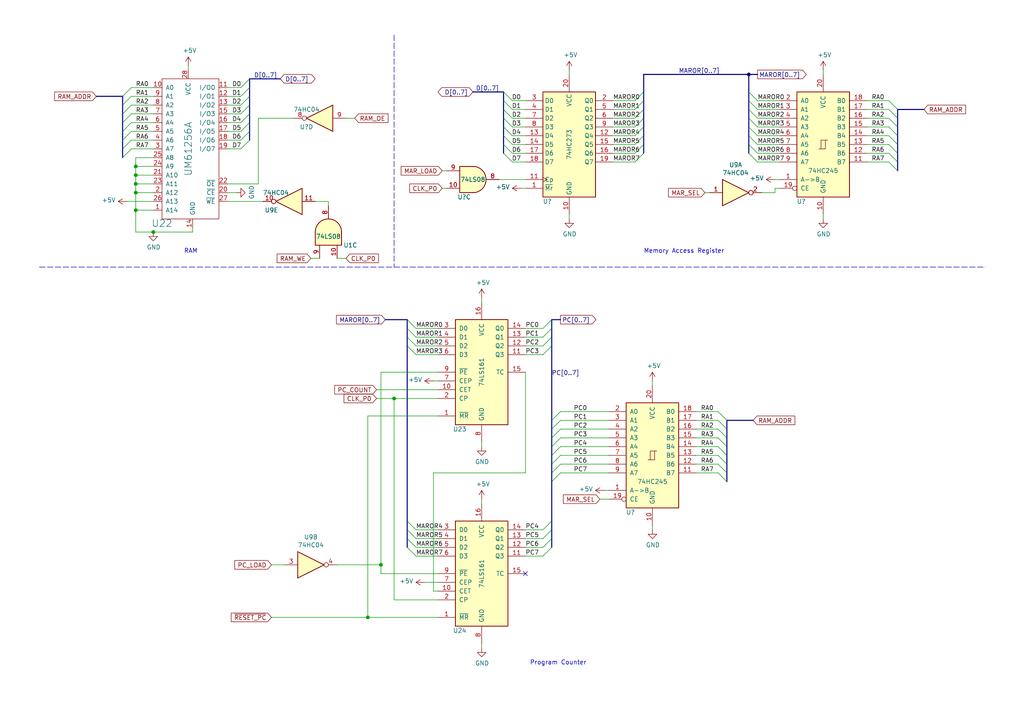
<source format=kicad_sch>
(kicad_sch (version 20231120) (generator "eeschema") (generator_version "8.0")
  (paper "A4")
  (lib_symbols
    (symbol "74xx:74HC04"
      (property "Reference" "U" (at 0 1.27 0))
      (property "Value" "74HC04" (at 0 -1.27 0))
      (symbol "74HC04_1_0"
        (polyline (pts (xy -3.81 3.81) (xy -3.81 -3.81) (xy 3.81 0) (xy -3.81 3.81)) (stroke (width 0.254)) (fill (type background)))
        (pin input line (at -7.62 0 0) (length 3.81) (name "~") (number "1"))
        (pin output inverted (at 7.62 0 180) (length 3.81) (name "~") (number "2"))
      )
      (symbol "74HC04_2_0"
        (polyline (pts (xy -3.81 3.81) (xy -3.81 -3.81) (xy 3.81 0) (xy -3.81 3.81)) (stroke (width 0.254)) (fill (type background)))
        (pin input line (at -7.62 0 0) (length 3.81) (name "~") (number "3"))
        (pin output inverted (at 7.62 0 180) (length 3.81) (name "~") (number "4"))
      )
      (symbol "74HC04_3_0"
        (polyline (pts (xy -3.81 3.81) (xy -3.81 -3.81) (xy 3.81 0) (xy -3.81 3.81)) (stroke (width 0.254)) (fill (type background)))
        (pin input line (at -7.62 0 0) (length 3.81) (name "~") (number "5"))
        (pin output inverted (at 7.62 0 180) (length 3.81) (name "~") (number "6"))
      )
      (symbol "74HC04_4_0"
        (polyline (pts (xy -3.81 3.81) (xy -3.81 -3.81) (xy 3.81 0) (xy -3.81 3.81)) (stroke (width 0.254)) (fill (type background)))
        (pin output inverted (at 7.62 0 180) (length 3.81) (name "~") (number "8"))
        (pin input line (at -7.62 0 0) (length 3.81) (name "~") (number "9"))
      )
      (symbol "74HC04_5_0"
        (polyline (pts (xy -3.81 3.81) (xy -3.81 -3.81) (xy 3.81 0) (xy -3.81 3.81)) (stroke (width 0.254)) (fill (type background)))
        (pin output inverted (at 7.62 0 180) (length 3.81) (name "~") (number "10"))
        (pin input line (at -7.62 0 0) (length 3.81) (name "~") (number "11"))
      )
      (symbol "74HC04_6_0"
        (polyline (pts (xy -3.81 3.81) (xy -3.81 -3.81) (xy 3.81 0) (xy -3.81 3.81)) (stroke (width 0.254)) (fill (type background)))
        (pin output inverted (at 7.62 0 180) (length 3.81) (name "~") (number "12"))
        (pin input line (at -7.62 0 0) (length 3.81) (name "~") (number "13"))
      )
      (symbol "74HC04_7_0"
        (pin power_in line (at 0 12.7 270) (length 5.08) (name "VCC") (number "14"))
        (pin power_in line (at 0 -12.7 90) (length 5.08) (name "GND") (number "7"))
      )
      (symbol "74HC04_7_1"
        (rectangle (start -5.08 7.62) (end 5.08 -7.62) (stroke (width 0.254)) (fill (type background)))
      )
    )
    (symbol "74xx:74HC245" (pin_names (offset 1.016))
      (property "Reference" "U" (at -7.62 16.51 0))
      (property "Value" "74HC245" (at -7.62 -16.51 0))
      (symbol "74HC245_1_0"
        (polyline (pts (xy -0.635 -1.27) (xy -0.635 1.27) (xy 0.635 1.27)))
        (polyline (pts (xy -1.27 -1.27) (xy 0.635 -1.27) (xy 0.635 1.27) (xy 1.27 1.27)))
        (pin input line (at -12.7 -10.16 0) (length 5.08) (name "A->B") (number "1"))
        (pin power_in line (at 0 -20.32 90) (length 5.08) (name "GND") (number "10"))
        (pin tri_state line (at 12.7 -5.08 180) (length 5.08) (name "B7") (number "11"))
        (pin tri_state line (at 12.7 -2.54 180) (length 5.08) (name "B6") (number "12"))
        (pin tri_state line (at 12.7 0 180) (length 5.08) (name "B5") (number "13"))
        (pin tri_state line (at 12.7 2.54 180) (length 5.08) (name "B4") (number "14"))
        (pin tri_state line (at 12.7 5.08 180) (length 5.08) (name "B3") (number "15"))
        (pin tri_state line (at 12.7 7.62 180) (length 5.08) (name "B2") (number "16"))
        (pin tri_state line (at 12.7 10.16 180) (length 5.08) (name "B1") (number "17"))
        (pin tri_state line (at 12.7 12.7 180) (length 5.08) (name "B0") (number "18"))
        (pin input inverted (at -12.7 -12.7 0) (length 5.08) (name "CE") (number "19"))
        (pin tri_state line (at -12.7 12.7 0) (length 5.08) (name "A0") (number "2"))
        (pin power_in line (at 0 20.32 270) (length 5.08) (name "VCC") (number "20"))
        (pin tri_state line (at -12.7 10.16 0) (length 5.08) (name "A1") (number "3"))
        (pin tri_state line (at -12.7 7.62 0) (length 5.08) (name "A2") (number "4"))
        (pin tri_state line (at -12.7 5.08 0) (length 5.08) (name "A3") (number "5"))
        (pin tri_state line (at -12.7 2.54 0) (length 5.08) (name "A4") (number "6"))
        (pin tri_state line (at -12.7 0 0) (length 5.08) (name "A5") (number "7"))
        (pin tri_state line (at -12.7 -2.54 0) (length 5.08) (name "A6") (number "8"))
        (pin tri_state line (at -12.7 -5.08 0) (length 5.08) (name "A7") (number "9"))
      )
      (symbol "74HC245_1_1"
        (rectangle (start -7.62 15.24) (end 7.62 -15.24) (stroke (width 0.254)) (fill (type background)))
      )
    )
    (symbol "74xx:74HC273"
      (property "Reference" "U" (at -7.62 16.51 0))
      (property "Value" "74HC273" (at -7.62 -16.51 0))
      (symbol "74HC273_1_0"
        (pin input line (at -12.7 -12.7 0) (length 5.08) (name "~{Mr}") (number "1"))
        (pin power_in line (at 0 -20.32 90) (length 5.08) (name "GND") (number "10"))
        (pin input clock (at -12.7 -10.16 0) (length 5.08) (name "Cp") (number "11"))
        (pin output line (at 12.7 2.54 180) (length 5.08) (name "Q4") (number "12"))
        (pin input line (at -12.7 2.54 0) (length 5.08) (name "D4") (number "13"))
        (pin input line (at -12.7 0 0) (length 5.08) (name "D5") (number "14"))
        (pin output line (at 12.7 0 180) (length 5.08) (name "Q5") (number "15"))
        (pin output line (at 12.7 -2.54 180) (length 5.08) (name "Q6") (number "16"))
        (pin input line (at -12.7 -2.54 0) (length 5.08) (name "D6") (number "17"))
        (pin input line (at -12.7 -5.08 0) (length 5.08) (name "D7") (number "18"))
        (pin output line (at 12.7 -5.08 180) (length 5.08) (name "Q7") (number "19"))
        (pin output line (at 12.7 12.7 180) (length 5.08) (name "Q0") (number "2"))
        (pin power_in line (at 0 20.32 270) (length 5.08) (name "VCC") (number "20"))
        (pin input line (at -12.7 12.7 0) (length 5.08) (name "D0") (number "3"))
        (pin input line (at -12.7 10.16 0) (length 5.08) (name "D1") (number "4"))
        (pin output line (at 12.7 10.16 180) (length 5.08) (name "Q1") (number "5"))
        (pin output line (at 12.7 7.62 180) (length 5.08) (name "Q2") (number "6"))
        (pin input line (at -12.7 7.62 0) (length 5.08) (name "D2") (number "7"))
        (pin input line (at -12.7 5.08 0) (length 5.08) (name "D3") (number "8"))
        (pin output line (at 12.7 5.08 180) (length 5.08) (name "Q3") (number "9"))
      )
      (symbol "74HC273_1_1"
        (rectangle (start -7.62 15.24) (end 7.62 -15.24) (stroke (width 0.254)) (fill (type background)))
      )
    )
    (symbol "74xx:74LS08" (pin_names (offset 1.016))
      (property "Reference" "U" (at 0 1.27 0))
      (property "Value" "74LS08" (at 0 -1.27 0))
      (symbol "74LS08_1_1"
        (arc (start 0 -3.81) (mid 3.7934 0) (end 0 3.81) (stroke (width 0.254)) (fill (type background)))
        (polyline (pts (xy 0 3.81) (xy -3.81 3.81) (xy -3.81 -3.81) (xy 0 -3.81)) (stroke (width 0.254)) (fill (type background)))
        (pin input line (at -7.62 2.54 0) (length 3.81) (name "~") (number "1"))
        (pin input line (at -7.62 -2.54 0) (length 3.81) (name "~") (number "2"))
        (pin output line (at 7.62 0 180) (length 3.81) (name "~") (number "3"))
      )
      (symbol "74LS08_1_2"
        (arc (start -3.81 -3.81) (mid -2.589 0) (end -3.81 3.81) (stroke (width 0.254)))
        (arc (start -0.6096 -3.81) (mid 2.1842 -2.5851) (end 3.81 0) (stroke (width 0.254)) (fill (type background)))
        (polyline (pts (xy -3.81 -3.81) (xy -0.635 -3.81)) (stroke (width 0.254)) (fill (type background)))
        (polyline (pts (xy -3.81 3.81) (xy -0.635 3.81)) (stroke (width 0.254)) (fill (type background)))
        (polyline (pts (xy -0.635 3.81) (xy -3.81 3.81) (xy -3.81 3.81) (xy -3.556 3.4036) (xy -3.0226 2.2606) (xy -2.6924 1.0414) (xy -2.6162 -0.254) (xy -2.7686 -1.4986) (xy -3.175 -2.7178) (xy -3.81 -3.81) (xy -3.81 -3.81) (xy -0.635 -3.81)) (stroke (width -25.4)) (fill (type background)))
        (arc (start 3.81 0) (mid 2.1915 2.5936) (end -0.6096 3.81) (stroke (width 0.254)) (fill (type background)))
        (pin input inverted (at -7.62 2.54 0) (length 4.318) (name "~") (number "1"))
        (pin input inverted (at -7.62 -2.54 0) (length 4.318) (name "~") (number "2"))
        (pin output inverted (at 7.62 0 180) (length 3.81) (name "~") (number "3"))
      )
      (symbol "74LS08_2_1"
        (arc (start 0 -3.81) (mid 3.7934 0) (end 0 3.81) (stroke (width 0.254)) (fill (type background)))
        (polyline (pts (xy 0 3.81) (xy -3.81 3.81) (xy -3.81 -3.81) (xy 0 -3.81)) (stroke (width 0.254)) (fill (type background)))
        (pin input line (at -7.62 2.54 0) (length 3.81) (name "~") (number "4"))
        (pin input line (at -7.62 -2.54 0) (length 3.81) (name "~") (number "5"))
        (pin output line (at 7.62 0 180) (length 3.81) (name "~") (number "6"))
      )
      (symbol "74LS08_2_2"
        (arc (start -3.81 -3.81) (mid -2.589 0) (end -3.81 3.81) (stroke (width 0.254)))
        (arc (start -0.6096 -3.81) (mid 2.1842 -2.5851) (end 3.81 0) (stroke (width 0.254)) (fill (type background)))
        (polyline (pts (xy -3.81 -3.81) (xy -0.635 -3.81)) (stroke (width 0.254)) (fill (type background)))
        (polyline (pts (xy -3.81 3.81) (xy -0.635 3.81)) (stroke (width 0.254)) (fill (type background)))
        (polyline (pts (xy -0.635 3.81) (xy -3.81 3.81) (xy -3.81 3.81) (xy -3.556 3.4036) (xy -3.0226 2.2606) (xy -2.6924 1.0414) (xy -2.6162 -0.254) (xy -2.7686 -1.4986) (xy -3.175 -2.7178) (xy -3.81 -3.81) (xy -3.81 -3.81) (xy -0.635 -3.81)) (stroke (width -25.4)) (fill (type background)))
        (arc (start 3.81 0) (mid 2.1915 2.5936) (end -0.6096 3.81) (stroke (width 0.254)) (fill (type background)))
        (pin input inverted (at -7.62 2.54 0) (length 4.318) (name "~") (number "4"))
        (pin input inverted (at -7.62 -2.54 0) (length 4.318) (name "~") (number "5"))
        (pin output inverted (at 7.62 0 180) (length 3.81) (name "~") (number "6"))
      )
      (symbol "74LS08_3_1"
        (arc (start 0 -3.81) (mid 3.7934 0) (end 0 3.81) (stroke (width 0.254)) (fill (type background)))
        (polyline (pts (xy 0 3.81) (xy -3.81 3.81) (xy -3.81 -3.81) (xy 0 -3.81)) (stroke (width 0.254)) (fill (type background)))
        (pin input line (at -7.62 -2.54 0) (length 3.81) (name "~") (number "10"))
        (pin output line (at 7.62 0 180) (length 3.81) (name "~") (number "8"))
        (pin input line (at -7.62 2.54 0) (length 3.81) (name "~") (number "9"))
      )
      (symbol "74LS08_3_2"
        (arc (start -3.81 -3.81) (mid -2.589 0) (end -3.81 3.81) (stroke (width 0.254)))
        (arc (start -0.6096 -3.81) (mid 2.1842 -2.5851) (end 3.81 0) (stroke (width 0.254)) (fill (type background)))
        (polyline (pts (xy -3.81 -3.81) (xy -0.635 -3.81)) (stroke (width 0.254)) (fill (type background)))
        (polyline (pts (xy -3.81 3.81) (xy -0.635 3.81)) (stroke (width 0.254)) (fill (type background)))
        (polyline (pts (xy -0.635 3.81) (xy -3.81 3.81) (xy -3.81 3.81) (xy -3.556 3.4036) (xy -3.0226 2.2606) (xy -2.6924 1.0414) (xy -2.6162 -0.254) (xy -2.7686 -1.4986) (xy -3.175 -2.7178) (xy -3.81 -3.81) (xy -3.81 -3.81) (xy -0.635 -3.81)) (stroke (width -25.4)) (fill (type background)))
        (arc (start 3.81 0) (mid 2.1915 2.5936) (end -0.6096 3.81) (stroke (width 0.254)) (fill (type background)))
        (pin input inverted (at -7.62 -2.54 0) (length 4.318) (name "~") (number "10"))
        (pin output inverted (at 7.62 0 180) (length 3.81) (name "~") (number "8"))
        (pin input inverted (at -7.62 2.54 0) (length 4.318) (name "~") (number "9"))
      )
      (symbol "74LS08_4_1"
        (arc (start 0 -3.81) (mid 3.7934 0) (end 0 3.81) (stroke (width 0.254)) (fill (type background)))
        (polyline (pts (xy 0 3.81) (xy -3.81 3.81) (xy -3.81 -3.81) (xy 0 -3.81)) (stroke (width 0.254)) (fill (type background)))
        (pin output line (at 7.62 0 180) (length 3.81) (name "~") (number "11"))
        (pin input line (at -7.62 2.54 0) (length 3.81) (name "~") (number "12"))
        (pin input line (at -7.62 -2.54 0) (length 3.81) (name "~") (number "13"))
      )
      (symbol "74LS08_4_2"
        (arc (start -3.81 -3.81) (mid -2.589 0) (end -3.81 3.81) (stroke (width 0.254)))
        (arc (start -0.6096 -3.81) (mid 2.1842 -2.5851) (end 3.81 0) (stroke (width 0.254)) (fill (type background)))
        (polyline (pts (xy -3.81 -3.81) (xy -0.635 -3.81)) (stroke (width 0.254)) (fill (type background)))
        (polyline (pts (xy -3.81 3.81) (xy -0.635 3.81)) (stroke (width 0.254)) (fill (type background)))
        (polyline (pts (xy -0.635 3.81) (xy -3.81 3.81) (xy -3.81 3.81) (xy -3.556 3.4036) (xy -3.0226 2.2606) (xy -2.6924 1.0414) (xy -2.6162 -0.254) (xy -2.7686 -1.4986) (xy -3.175 -2.7178) (xy -3.81 -3.81) (xy -3.81 -3.81) (xy -0.635 -3.81)) (stroke (width -25.4)) (fill (type background)))
        (arc (start 3.81 0) (mid 2.1915 2.5936) (end -0.6096 3.81) (stroke (width 0.254)) (fill (type background)))
        (pin output inverted (at 7.62 0 180) (length 3.81) (name "~") (number "11"))
        (pin input inverted (at -7.62 2.54 0) (length 4.318) (name "~") (number "12"))
        (pin input inverted (at -7.62 -2.54 0) (length 4.318) (name "~") (number "13"))
      )
      (symbol "74LS08_5_0"
        (pin power_in line (at 0 12.7 270) (length 5.08) (name "VCC") (number "14"))
        (pin power_in line (at 0 -12.7 90) (length 5.08) (name "GND") (number "7"))
      )
      (symbol "74LS08_5_1"
        (rectangle (start -5.08 7.62) (end 5.08 -7.62) (stroke (width 0.254)) (fill (type background)))
      )
    )
    (symbol "74xx:74LS161" (pin_names (offset 1.016))
      (property "Reference" "U" (at -7.62 16.51 0))
      (property "Value" "74LS161" (at -7.62 -16.51 0))
      (symbol "74LS161_1_0"
        (pin input line (at -12.7 -12.7 0) (length 5.08) (name "~{MR}") (number "1"))
        (pin input line (at -12.7 -5.08 0) (length 5.08) (name "CET") (number "10"))
        (pin output line (at 12.7 5.08 180) (length 5.08) (name "Q3") (number "11"))
        (pin output line (at 12.7 7.62 180) (length 5.08) (name "Q2") (number "12"))
        (pin output line (at 12.7 10.16 180) (length 5.08) (name "Q1") (number "13"))
        (pin output line (at 12.7 12.7 180) (length 5.08) (name "Q0") (number "14"))
        (pin output line (at 12.7 0 180) (length 5.08) (name "TC") (number "15"))
        (pin power_in line (at 0 20.32 270) (length 5.08) (name "VCC") (number "16"))
        (pin input line (at -12.7 -7.62 0) (length 5.08) (name "CP") (number "2"))
        (pin input line (at -12.7 12.7 0) (length 5.08) (name "D0") (number "3"))
        (pin input line (at -12.7 10.16 0) (length 5.08) (name "D1") (number "4"))
        (pin input line (at -12.7 7.62 0) (length 5.08) (name "D2") (number "5"))
        (pin input line (at -12.7 5.08 0) (length 5.08) (name "D3") (number "6"))
        (pin input line (at -12.7 -2.54 0) (length 5.08) (name "CEP") (number "7"))
        (pin power_in line (at 0 -20.32 90) (length 5.08) (name "GND") (number "8"))
        (pin input line (at -12.7 0 0) (length 5.08) (name "~{PE}") (number "9"))
      )
      (symbol "74LS161_1_1"
        (rectangle (start -7.62 15.24) (end 7.62 -15.24) (stroke (width 0.254)) (fill (type background)))
      )
    )
    (symbol "8bit_computer-rescue:+5V-power" (power) (pin_names (offset 0))
      (property "Value" "power_+5V" (at 0 3.556 0))
      (symbol "+5V-power_0_1"
        (polyline (pts (xy -0.762 1.27) (xy 0 2.54)))
        (polyline (pts (xy 0 0) (xy 0 2.54)))
        (polyline (pts (xy 0 2.54) (xy 0.762 1.27)))
      )
      (symbol "+5V-power_1_1"
        (pin power_in line (at 0 0 90) (length 0) hide (name "+5V") (number "1"))
      )
    )
    (symbol "8bit_computer-rescue:GND-power" (power) (pin_names (offset 0))
      (property "Value" "power_GND" (at 0 -3.81 0))
      (symbol "GND-power_0_1"
        (polyline (pts (xy 0 0) (xy 0 -1.27) (xy 1.27 -1.27) (xy 0 -2.54) (xy -1.27 -1.27) (xy 0 -1.27)))
      )
      (symbol "GND-power_1_1"
        (pin power_in line (at 0 0 270) (length 0) hide (name "GND") (number "1"))
      )
    )
    (symbol "um61256a:UM61256A" (pin_names (offset 1.016))
      (property "Reference" "U" (at -7.62 -22.86 0))
      (property "Value" "UM61256A" (at 0 0 90))
      (symbol "UM61256A_0_1"
        (rectangle (start -7.62 20.32) (end 8.89 -20.32))
      )
      (symbol "UM61256A_1_1"
        (pin input line (at -10.16 -17.78 0) (length 2.54) (name "A14") (number "1"))
        (pin input line (at -10.16 17.78 0) (length 2.54) (name "A0") (number "10"))
        (pin tri_state line (at 11.43 17.78 180) (length 2.54) (name "I/O0") (number "11"))
        (pin tri_state line (at 11.43 15.24 180) (length 2.54) (name "I/O1") (number "12"))
        (pin tri_state line (at 11.43 12.7 180) (length 2.54) (name "I/O2") (number "13"))
        (pin power_in line (at 1.27 -22.86 90) (length 2.54) (name "GND") (number "14"))
        (pin tri_state line (at 11.43 10.16 180) (length 2.54) (name "I/O3") (number "15"))
        (pin tri_state line (at 11.43 7.62 180) (length 2.54) (name "I/O4") (number "16"))
        (pin tri_state line (at 11.43 5.08 180) (length 2.54) (name "I/O5") (number "17"))
        (pin tri_state line (at 11.43 2.54 180) (length 2.54) (name "I/O6") (number "18"))
        (pin tri_state line (at 11.43 0 180) (length 2.54) (name "I/O7") (number "19"))
        (pin input line (at -10.16 -12.7 0) (length 2.54) (name "A12") (number "2"))
        (pin input line (at 11.43 -12.7 180) (length 2.54) (name "~{CE}") (number "20"))
        (pin input line (at -10.16 -7.62 0) (length 2.54) (name "A10") (number "21"))
        (pin input line (at 11.43 -10.16 180) (length 2.54) (name "~{OE}") (number "22"))
        (pin input line (at -10.16 -10.16 0) (length 2.54) (name "A11") (number "23"))
        (pin input line (at -10.16 -5.08 0) (length 2.54) (name "A9") (number "24"))
        (pin input line (at -10.16 -2.54 0) (length 2.54) (name "A8") (number "25"))
        (pin input line (at -10.16 -15.24 0) (length 2.54) (name "A13") (number "26"))
        (pin input line (at 11.43 -15.24 180) (length 2.54) (name "~{WE}") (number "27"))
        (pin power_in line (at 0 22.86 270) (length 2.54) (name "VCC") (number "28"))
        (pin input line (at -10.16 0 0) (length 2.54) (name "A7") (number "3"))
        (pin input line (at -10.16 2.54 0) (length 2.54) (name "A6") (number "4"))
        (pin input line (at -10.16 5.08 0) (length 2.54) (name "A5") (number "5"))
        (pin input line (at -10.16 7.62 0) (length 2.54) (name "A4") (number "6"))
        (pin input line (at -10.16 10.16 0) (length 2.54) (name "A3") (number "7"))
        (pin input line (at -10.16 12.7 0) (length 2.54) (name "A2") (number "8"))
        (pin input line (at -10.16 15.24 0) (length 2.54) (name "A1") (number "9"))
      )
    )
  )
  (junction (at 39.37 50.8))
  (junction (at 39.37 55.88))
  (junction (at 110.49 163.83))
  (junction (at 106.68 179.07))
  (junction (at 114.3 115.57))
  (junction (at 217.17 21.59))
  (junction (at 44.45 67.31))
  (junction (at 39.37 53.34))
  (junction (at 39.37 60.96))
  (junction (at 39.37 48.26))
  (no_connect (at 152.4 166.37))
  (bus_entry (at 35.56 45.72) (size 2.54 -2.54))
  (bus_entry (at 69.85 38.1) (size 2.54 -2.54))
  (bus_entry (at 260.35 41.91) (size -2.54 -2.54))
  (bus_entry (at 148.59 44.45) (size -2.54 -2.54))
  (bus_entry (at 118.11 97.79) (size 2.54 2.54))
  (bus_entry (at 35.56 27.94) (size 2.54 -2.54))
  (bus_entry (at 184.15 39.37) (size 2.54 -2.54))
  (bus_entry (at 160.02 132.08) (size 2.54 -2.54))
  (bus_entry (at 35.56 35.56) (size 2.54 -2.54))
  (bus_entry (at 118.11 92.71) (size 2.54 2.54))
  (bus_entry (at 148.59 46.99) (size -2.54 -2.54))
  (bus_entry (at 217.17 39.37) (size 2.54 2.54))
  (bus_entry (at 260.35 36.83) (size -2.54 -2.54))
  (bus_entry (at 69.85 35.56) (size 2.54 -2.54))
  (bus_entry (at 69.85 25.4) (size 2.54 -2.54))
  (bus_entry (at 35.56 33.02) (size 2.54 -2.54))
  (bus_entry (at 217.17 36.83) (size 2.54 2.54))
  (bus_entry (at 118.11 151.13) (size 2.54 2.54))
  (bus_entry (at 217.17 29.21) (size 2.54 2.54))
  (bus_entry (at 210.82 137.16) (size -2.54 -2.54))
  (bus_entry (at 69.85 33.02) (size 2.54 -2.54))
  (bus_entry (at 157.48 100.33) (size 2.54 -2.54))
  (bus_entry (at 35.56 38.1) (size 2.54 -2.54))
  (bus_entry (at 160.02 129.54) (size 2.54 -2.54))
  (bus_entry (at 157.48 153.67) (size 2.54 -2.54))
  (bus_entry (at 184.15 46.99) (size 2.54 -2.54))
  (bus_entry (at 160.02 137.16) (size 2.54 -2.54))
  (bus_entry (at 118.11 100.33) (size 2.54 2.54))
  (bus_entry (at 184.15 31.75) (size 2.54 -2.54))
  (bus_entry (at 35.56 30.48) (size 2.54 -2.54))
  (bus_entry (at 184.15 41.91) (size 2.54 -2.54))
  (bus_entry (at 217.17 44.45) (size 2.54 2.54))
  (bus_entry (at 210.82 139.7) (size -2.54 -2.54))
  (bus_entry (at 157.48 161.29) (size 2.54 -2.54))
  (bus_entry (at 184.15 29.21) (size 2.54 -2.54))
  (bus_entry (at 217.17 26.67) (size 2.54 2.54))
  (bus_entry (at 157.48 156.21) (size 2.54 -2.54))
  (bus_entry (at 184.15 36.83) (size 2.54 -2.54))
  (bus_entry (at 210.82 127) (size -2.54 -2.54))
  (bus_entry (at 148.59 29.21) (size -2.54 -2.54))
  (bus_entry (at 217.17 41.91) (size 2.54 2.54))
  (bus_entry (at 210.82 124.46) (size -2.54 -2.54))
  (bus_entry (at 69.85 27.94) (size 2.54 -2.54))
  (bus_entry (at 160.02 127) (size 2.54 -2.54))
  (bus_entry (at 148.59 41.91) (size -2.54 -2.54))
  (bus_entry (at 210.82 121.92) (size -2.54 -2.54))
  (bus_entry (at 184.15 34.29) (size 2.54 -2.54))
  (bus_entry (at 69.85 43.18) (size 2.54 -2.54))
  (bus_entry (at 157.48 95.25) (size 2.54 -2.54))
  (bus_entry (at 157.48 97.79) (size 2.54 -2.54))
  (bus_entry (at 35.56 43.18) (size 2.54 -2.54))
  (bus_entry (at 260.35 46.99) (size -2.54 -2.54))
  (bus_entry (at 217.17 31.75) (size 2.54 2.54))
  (bus_entry (at 35.56 40.64) (size 2.54 -2.54))
  (bus_entry (at 210.82 132.08) (size -2.54 -2.54))
  (bus_entry (at 160.02 134.62) (size 2.54 -2.54))
  (bus_entry (at 210.82 129.54) (size -2.54 -2.54))
  (bus_entry (at 260.35 39.37) (size -2.54 -2.54))
  (bus_entry (at 260.35 49.53) (size -2.54 -2.54))
  (bus_entry (at 148.59 34.29) (size -2.54 -2.54))
  (bus_entry (at 210.82 134.62) (size -2.54 -2.54))
  (bus_entry (at 118.11 153.67) (size 2.54 2.54))
  (bus_entry (at 69.85 30.48) (size 2.54 -2.54))
  (bus_entry (at 157.48 102.87) (size 2.54 -2.54))
  (bus_entry (at 160.02 139.7) (size 2.54 -2.54))
  (bus_entry (at 217.17 34.29) (size 2.54 2.54))
  (bus_entry (at 148.59 31.75) (size -2.54 -2.54))
  (bus_entry (at 118.11 158.75) (size 2.54 2.54))
  (bus_entry (at 260.35 44.45) (size -2.54 -2.54))
  (bus_entry (at 69.85 40.64) (size 2.54 -2.54))
  (bus_entry (at 118.11 95.25) (size 2.54 2.54))
  (bus_entry (at 157.48 158.75) (size 2.54 -2.54))
  (bus_entry (at 260.35 31.75) (size -2.54 -2.54))
  (bus_entry (at 160.02 121.92) (size 2.54 -2.54))
  (bus_entry (at 148.59 36.83) (size -2.54 -2.54))
  (bus_entry (at 148.59 39.37) (size -2.54 -2.54))
  (bus_entry (at 118.11 156.21) (size 2.54 2.54))
  (bus_entry (at 260.35 34.29) (size -2.54 -2.54))
  (bus_entry (at 184.15 44.45) (size 2.54 -2.54))
  (bus_entry (at 160.02 124.46) (size 2.54 -2.54))
  (wire (pts (xy 251.46 41.91) (xy 257.81 41.91)))
  (wire (pts (xy 55.88 67.31) (xy 55.88 66.04)))
  (bus (pts (xy 210.82 129.54) (xy 210.82 132.08)))
  (wire (pts (xy 173.99 144.78) (xy 176.53 144.78)))
  (wire (pts (xy 152.4 34.29) (xy 148.59 34.29)))
  (bus (pts (xy 118.11 156.21) (xy 118.11 158.75)))
  (wire (pts (xy 152.4 29.21) (xy 148.59 29.21)))
  (bus (pts (xy 160.02 153.67) (xy 160.02 156.21)))
  (wire (pts (xy 139.7 187.96) (xy 139.7 186.69)))
  (bus (pts (xy 210.82 121.92) (xy 210.82 124.46)))
  (bus (pts (xy 118.11 151.13) (xy 118.11 153.67)))
  (bus (pts (xy 160.02 95.25) (xy 160.02 97.79)))
  (wire (pts (xy 127 97.79) (xy 120.65 97.79)))
  (wire (pts (xy 165.1 20.32) (xy 165.1 21.59)))
  (wire (pts (xy 162.56 134.62) (xy 176.53 134.62)))
  (wire (pts (xy 39.37 67.31) (xy 39.37 60.96)))
  (bus (pts (xy 186.69 31.75) (xy 186.69 34.29)))
  (wire (pts (xy 226.06 36.83) (xy 219.71 36.83)))
  (wire (pts (xy 162.56 121.92) (xy 176.53 121.92)))
  (wire (pts (xy 66.04 43.18) (xy 69.85 43.18)))
  (wire (pts (xy 162.56 119.38) (xy 176.53 119.38)))
  (wire (pts (xy 162.56 129.54) (xy 176.53 129.54)))
  (wire (pts (xy 152.4 95.25) (xy 157.48 95.25)))
  (bus (pts (xy 186.69 21.59) (xy 217.17 21.59)))
  (bus (pts (xy 72.39 35.56) (xy 72.39 38.1)))
  (wire (pts (xy 66.04 38.1) (xy 69.85 38.1)))
  (wire (pts (xy 39.37 50.8) (xy 39.37 48.26)))
  (bus (pts (xy 217.17 26.67) (xy 217.17 29.21)))
  (wire (pts (xy 128.27 54.61) (xy 129.54 54.61)))
  (wire (pts (xy 109.22 115.57) (xy 114.3 115.57)))
  (wire (pts (xy 139.7 129.54) (xy 139.7 128.27)))
  (wire (pts (xy 66.04 55.88) (xy 68.58 55.88)))
  (bus (pts (xy 260.35 31.75) (xy 260.35 34.29)))
  (wire (pts (xy 106.68 120.65) (xy 127 120.65)))
  (wire (pts (xy 127 100.33) (xy 120.65 100.33)))
  (bus (pts (xy 160.02 139.7) (xy 160.02 151.13)))
  (wire (pts (xy 39.37 60.96) (xy 39.37 55.88)))
  (wire (pts (xy 106.68 179.07) (xy 127 179.07)))
  (wire (pts (xy 175.26 142.24) (xy 176.53 142.24)))
  (wire (pts (xy 66.04 30.48) (xy 69.85 30.48)))
  (wire (pts (xy 39.37 55.88) (xy 44.45 55.88)))
  (wire (pts (xy 114.3 173.99) (xy 127 173.99)))
  (wire (pts (xy 152.4 41.91) (xy 148.59 41.91)))
  (wire (pts (xy 201.93 129.54) (xy 208.28 129.54)))
  (wire (pts (xy 152.4 39.37) (xy 148.59 39.37)))
  (wire (pts (xy 177.8 29.21) (xy 184.15 29.21)))
  (wire (pts (xy 226.06 29.21) (xy 219.71 29.21)))
  (wire (pts (xy 44.45 35.56) (xy 38.1 35.56)))
  (bus (pts (xy 260.35 46.99) (xy 260.35 49.53)))
  (bus (pts (xy 160.02 121.92) (xy 160.02 124.46)))
  (bus (pts (xy 35.56 27.94) (xy 35.56 30.48)))
  (wire (pts (xy 204.47 55.88) (xy 205.74 55.88)))
  (wire (pts (xy 102.87 34.29) (xy 100.33 34.29)))
  (wire (pts (xy 66.04 40.64) (xy 69.85 40.64)))
  (wire (pts (xy 226.06 31.75) (xy 219.71 31.75)))
  (wire (pts (xy 44.45 67.31) (xy 55.88 67.31)))
  (wire (pts (xy 44.45 67.31) (xy 39.37 67.31)))
  (bus (pts (xy 217.17 21.59) (xy 219.71 21.59)))
  (wire (pts (xy 162.56 137.16) (xy 176.53 137.16)))
  (polyline (pts (xy 114.3 10.16) (xy 114.3 77.47)) (stroke (width 0) (type dash)))
  (wire (pts (xy 201.93 132.08) (xy 208.28 132.08)))
  (wire (pts (xy 114.3 115.57) (xy 127 115.57)))
  (wire (pts (xy 95.25 58.42) (xy 91.44 58.42)))
  (wire (pts (xy 78.74 163.83) (xy 82.55 163.83)))
  (wire (pts (xy 224.79 52.07) (xy 226.06 52.07)))
  (bus (pts (xy 260.35 36.83) (xy 260.35 39.37)))
  (wire (pts (xy 165.1 63.5) (xy 165.1 62.23)))
  (bus (pts (xy 72.39 27.94) (xy 72.39 30.48)))
  (wire (pts (xy 39.37 48.26) (xy 39.37 45.72)))
  (wire (pts (xy 114.3 173.99) (xy 114.3 115.57)))
  (wire (pts (xy 110.49 107.95) (xy 127 107.95)))
  (wire (pts (xy 44.45 27.94) (xy 38.1 27.94)))
  (wire (pts (xy 251.46 46.99) (xy 257.81 46.99)))
  (wire (pts (xy 152.4 44.45) (xy 148.59 44.45)))
  (wire (pts (xy 162.56 127) (xy 176.53 127)))
  (bus (pts (xy 217.17 39.37) (xy 217.17 41.91)))
  (wire (pts (xy 110.49 166.37) (xy 127 166.37)))
  (bus (pts (xy 217.17 29.21) (xy 217.17 31.75)))
  (wire (pts (xy 201.93 121.92) (xy 208.28 121.92)))
  (bus (pts (xy 210.82 137.16) (xy 210.82 139.7)))
  (bus (pts (xy 35.56 35.56) (xy 35.56 38.1)))
  (wire (pts (xy 201.93 119.38) (xy 208.28 119.38)))
  (wire (pts (xy 177.8 44.45) (xy 184.15 44.45)))
  (wire (pts (xy 152.4 100.33) (xy 157.48 100.33)))
  (wire (pts (xy 97.79 163.83) (xy 110.49 163.83)))
  (wire (pts (xy 189.23 153.67) (xy 189.23 152.4)))
  (bus (pts (xy 35.56 27.94) (xy 27.94 27.94)))
  (bus (pts (xy 146.05 26.67) (xy 146.05 29.21)))
  (wire (pts (xy 238.76 63.5) (xy 238.76 62.23)))
  (wire (pts (xy 226.06 34.29) (xy 219.71 34.29)))
  (bus (pts (xy 217.17 34.29) (xy 217.17 36.83)))
  (wire (pts (xy 128.27 49.53) (xy 129.54 49.53)))
  (bus (pts (xy 186.69 29.21) (xy 186.69 31.75)))
  (wire (pts (xy 78.74 179.07) (xy 106.68 179.07)))
  (bus (pts (xy 260.35 39.37) (xy 260.35 41.91)))
  (wire (pts (xy 39.37 53.34) (xy 39.37 50.8)))
  (bus (pts (xy 146.05 41.91) (xy 146.05 44.45)))
  (wire (pts (xy 152.4 31.75) (xy 148.59 31.75)))
  (wire (pts (xy 251.46 36.83) (xy 257.81 36.83)))
  (wire (pts (xy 152.4 102.87) (xy 157.48 102.87)))
  (wire (pts (xy 44.45 25.4) (xy 38.1 25.4)))
  (bus (pts (xy 72.39 22.86) (xy 72.39 25.4)))
  (wire (pts (xy 151.13 54.61) (xy 152.4 54.61)))
  (bus (pts (xy 210.82 127) (xy 210.82 129.54)))
  (wire (pts (xy 152.4 46.99) (xy 148.59 46.99)))
  (wire (pts (xy 74.93 34.29) (xy 85.09 34.29)))
  (bus (pts (xy 186.69 21.59) (xy 186.69 26.67)))
  (bus (pts (xy 35.56 30.48) (xy 35.56 33.02)))
  (bus (pts (xy 118.11 100.33) (xy 118.11 151.13)))
  (bus (pts (xy 118.11 92.71) (xy 118.11 95.25)))
  (wire (pts (xy 44.45 60.96) (xy 39.37 60.96)))
  (wire (pts (xy 127 153.67) (xy 120.65 153.67)))
  (wire (pts (xy 177.8 41.91) (xy 184.15 41.91)))
  (wire (pts (xy 74.93 53.34) (xy 74.93 34.29)))
  (wire (pts (xy 66.04 27.94) (xy 69.85 27.94)))
  (wire (pts (xy 44.45 30.48) (xy 38.1 30.48)))
  (wire (pts (xy 226.06 46.99) (xy 219.71 46.99)))
  (bus (pts (xy 260.35 34.29) (xy 260.35 36.83)))
  (bus (pts (xy 160.02 97.79) (xy 160.02 100.33)))
  (bus (pts (xy 160.02 92.71) (xy 160.02 95.25)))
  (bus (pts (xy 72.39 25.4) (xy 72.39 27.94)))
  (wire (pts (xy 201.93 137.16) (xy 208.28 137.16)))
  (wire (pts (xy 44.45 38.1) (xy 38.1 38.1)))
  (bus (pts (xy 160.02 92.71) (xy 162.56 92.71)))
  (wire (pts (xy 224.79 54.61) (xy 226.06 54.61)))
  (wire (pts (xy 95.25 59.69) (xy 95.25 58.42)))
  (wire (pts (xy 152.4 137.16) (xy 125.73 137.16)))
  (wire (pts (xy 251.46 39.37) (xy 257.81 39.37)))
  (wire (pts (xy 66.04 53.34) (xy 74.93 53.34)))
  (bus (pts (xy 160.02 124.46) (xy 160.02 127)))
  (bus (pts (xy 186.69 36.83) (xy 186.69 39.37)))
  (wire (pts (xy 201.93 134.62) (xy 208.28 134.62)))
  (wire (pts (xy 152.4 153.67) (xy 157.48 153.67)))
  (wire (pts (xy 162.56 124.46) (xy 176.53 124.46)))
  (wire (pts (xy 220.98 55.88) (xy 224.79 55.88)))
  (bus (pts (xy 35.56 43.18) (xy 35.56 45.72)))
  (bus (pts (xy 210.82 121.92) (xy 218.44 121.92)))
  (bus (pts (xy 146.05 26.67) (xy 137.16 26.67)))
  (wire (pts (xy 39.37 53.34) (xy 44.45 53.34)))
  (wire (pts (xy 177.8 34.29) (xy 184.15 34.29)))
  (wire (pts (xy 66.04 25.4) (xy 69.85 25.4)))
  (bus (pts (xy 118.11 95.25) (xy 118.11 97.79)))
  (bus (pts (xy 217.17 31.75) (xy 217.17 34.29)))
  (wire (pts (xy 189.23 111.76) (xy 189.23 110.49)))
  (wire (pts (xy 224.79 55.88) (xy 224.79 54.61)))
  (wire (pts (xy 152.4 107.95) (xy 152.4 137.16)))
  (wire (pts (xy 125.73 137.16) (xy 125.73 171.45)))
  (wire (pts (xy 139.7 87.63) (xy 139.7 86.36)))
  (wire (pts (xy 201.93 127) (xy 208.28 127)))
  (bus (pts (xy 118.11 97.79) (xy 118.11 100.33)))
  (bus (pts (xy 217.17 36.83) (xy 217.17 39.37)))
  (bus (pts (xy 260.35 41.91) (xy 260.35 44.45)))
  (wire (pts (xy 106.68 179.07) (xy 106.68 120.65)))
  (wire (pts (xy 127 158.75) (xy 120.65 158.75)))
  (wire (pts (xy 238.76 21.59) (xy 238.76 20.32)))
  (bus (pts (xy 72.39 38.1) (xy 72.39 40.64)))
  (bus (pts (xy 146.05 36.83) (xy 146.05 39.37)))
  (wire (pts (xy 127 168.91) (xy 123.19 168.91)))
  (wire (pts (xy 39.37 50.8) (xy 44.45 50.8)))
  (bus (pts (xy 260.35 44.45) (xy 260.35 46.99)))
  (wire (pts (xy 127 161.29) (xy 120.65 161.29)))
  (wire (pts (xy 109.22 113.03) (xy 127 113.03)))
  (bus (pts (xy 118.11 153.67) (xy 118.11 156.21)))
  (bus (pts (xy 72.39 33.02) (xy 72.39 35.56)))
  (bus (pts (xy 72.39 22.86) (xy 81.28 22.86)))
  (wire (pts (xy 100.33 74.93) (xy 97.79 74.93)))
  (bus (pts (xy 160.02 127) (xy 160.02 129.54)))
  (wire (pts (xy 44.45 33.02) (xy 38.1 33.02)))
  (bus (pts (xy 35.56 38.1) (xy 35.56 40.64)))
  (wire (pts (xy 39.37 45.72) (xy 44.45 45.72)))
  (wire (pts (xy 44.45 43.18) (xy 38.1 43.18)))
  (wire (pts (xy 152.4 97.79) (xy 157.48 97.79)))
  (wire (pts (xy 54.61 20.32) (xy 54.61 19.05)))
  (wire (pts (xy 177.8 39.37) (xy 184.15 39.37)))
  (bus (pts (xy 160.02 132.08) (xy 160.02 134.62)))
  (wire (pts (xy 162.56 132.08) (xy 176.53 132.08)))
  (wire (pts (xy 36.83 58.42) (xy 44.45 58.42)))
  (wire (pts (xy 177.8 36.83) (xy 184.15 36.83)))
  (wire (pts (xy 251.46 29.21) (xy 257.81 29.21)))
  (bus (pts (xy 160.02 156.21) (xy 160.02 158.75)))
  (bus (pts (xy 160.02 151.13) (xy 160.02 153.67)))
  (wire (pts (xy 66.04 58.42) (xy 76.2 58.42)))
  (wire (pts (xy 152.4 158.75) (xy 157.48 158.75)))
  (bus (pts (xy 217.17 41.91) (xy 217.17 44.45)))
  (wire (pts (xy 177.8 31.75) (xy 184.15 31.75)))
  (wire (pts (xy 66.04 35.56) (xy 69.85 35.56)))
  (wire (pts (xy 139.7 146.05) (xy 139.7 144.78)))
  (wire (pts (xy 39.37 55.88) (xy 39.37 53.34)))
  (wire (pts (xy 251.46 34.29) (xy 257.81 34.29)))
  (wire (pts (xy 177.8 46.99) (xy 184.15 46.99)))
  (bus (pts (xy 146.05 29.21) (xy 146.05 31.75)))
  (wire (pts (xy 110.49 163.83) (xy 110.49 166.37)))
  (bus (pts (xy 72.39 30.48) (xy 72.39 33.02)))
  (bus (pts (xy 35.56 40.64) (xy 35.56 43.18)))
  (wire (pts (xy 90.17 74.93) (xy 92.71 74.93)))
  (wire (pts (xy 144.78 52.07) (xy 152.4 52.07)))
  (wire (pts (xy 39.37 48.26) (xy 44.45 48.26)))
  (wire (pts (xy 201.93 124.46) (xy 208.28 124.46)))
  (bus (pts (xy 146.05 31.75) (xy 146.05 34.29)))
  (bus (pts (xy 111.76 92.71) (xy 118.11 92.71)))
  (bus (pts (xy 260.35 31.75) (xy 267.97 31.75)))
  (wire (pts (xy 152.4 36.83) (xy 148.59 36.83)))
  (bus (pts (xy 160.02 129.54) (xy 160.02 132.08)))
  (wire (pts (xy 44.45 40.64) (xy 38.1 40.64)))
  (bus (pts (xy 186.69 39.37) (xy 186.69 41.91)))
  (wire (pts (xy 127 156.21) (xy 120.65 156.21)))
  (wire (pts (xy 226.06 39.37) (xy 219.71 39.37)))
  (bus (pts (xy 210.82 132.08) (xy 210.82 134.62)))
  (bus (pts (xy 217.17 21.59) (xy 217.17 26.67)))
  (bus (pts (xy 210.82 134.62) (xy 210.82 137.16)))
  (bus (pts (xy 160.02 137.16) (xy 160.02 139.7)))
  (bus (pts (xy 210.82 124.46) (xy 210.82 127)))
  (wire (pts (xy 127 102.87) (xy 120.65 102.87)))
  (polyline (pts (xy 11.43 77.47) (xy 285.75 77.47)) (stroke (width 0) (type dash)))
  (wire (pts (xy 125.73 110.49) (xy 127 110.49)))
  (bus (pts (xy 186.69 41.91) (xy 186.69 44.45)))
  (wire (pts (xy 251.46 31.75) (xy 257.81 31.75)))
  (bus (pts (xy 160.02 134.62) (xy 160.02 137.16)))
  (bus (pts (xy 186.69 26.67) (xy 186.69 29.21)))
  (wire (pts (xy 125.73 171.45) (xy 127 171.45)))
  (wire (pts (xy 226.06 44.45) (xy 219.71 44.45)))
  (wire (pts (xy 127 95.25) (xy 120.65 95.25)))
  (wire (pts (xy 152.4 161.29) (xy 157.48 161.29)))
  (bus (pts (xy 35.56 33.02) (xy 35.56 35.56)))
  (wire (pts (xy 152.4 156.21) (xy 157.48 156.21)))
  (bus (pts (xy 186.69 34.29) (xy 186.69 36.83)))
  (wire (pts (xy 66.04 33.02) (xy 69.85 33.02)))
  (bus (pts (xy 146.05 34.29) (xy 146.05 36.83)))
  (bus (pts (xy 160.02 100.33) (xy 160.02 121.92)))
  (wire (pts (xy 226.06 41.91) (xy 219.71 41.91)))
  (wire (pts (xy 110.49 163.83) (xy 110.49 107.95)))
  (wire (pts (xy 251.46 44.45) (xy 257.81 44.45)))
  (bus (pts (xy 146.05 39.37) (xy 146.05 41.91)))
  (text "Program Counter" (at 153.67 193.04 0) (effects (font (size 1.27 1.27)) (justify left bottom)))
  (text "RAM" (at 53.34 73.66 0) (effects (font (size 1.27 1.27)) (justify left bottom)))
  (text "Memory Access Register" (at 186.69 73.66 0) (effects (font (size 1.27 1.27)) (justify left bottom)))
  (label "D2" (at 67.31 30.48 0))
  (label "D7" (at 67.31 43.18 0))
  (label "D[0..7]" (at 73.66 22.86 0))
  (label "D1" (at 67.31 27.94 0))
  (label "PC0" (at 166.37 119.38 0))
  (label "D1" (at 151.13 31.75 180))
  (label "MAROR2" (at 219.71 34.29 0))
  (label "RA0" (at 39.37 25.4 0))
  (label "MAROR2" (at 120.65 100.33 0))
  (label "PC6" (at 166.37 134.62 0))
  (label "PC[0..7]" (at 160.02 109.22 0))
  (label "RA7" (at 256.54 46.99 180))
  (label "D3" (at 67.31 33.02 0))
  (label "MAROR6" (at 219.71 44.45 0))
  (label "PC7" (at 166.37 137.16 0))
  (label "PC2" (at 152.4 100.33 0))
  (label "RA5" (at 39.37 38.1 0))
  (label "MAROR7" (at 120.65 161.29 0))
  (label "MAROR1" (at 120.65 97.79 0))
  (label "D3" (at 151.13 36.83 180))
  (label "MAROR0" (at 120.65 95.25 0))
  (label "RA3" (at 39.37 33.02 0))
  (label "D7" (at 151.13 46.99 180))
  (label "MAROR0" (at 219.71 29.21 0))
  (label "RA2" (at 207.01 124.46 180))
  (label "PC0" (at 152.4 95.25 0))
  (label "MAROR7" (at 219.71 46.99 0))
  (label "D6" (at 67.31 40.64 0))
  (label "RA0" (at 207.01 119.38 180))
  (label "D5" (at 67.31 38.1 0))
  (label "RA5" (at 256.54 41.91 180))
  (label "RA2" (at 256.54 34.29 180))
  (label "D2" (at 151.13 34.29 180))
  (label "RA4" (at 207.01 129.54 180))
  (label "RA6" (at 39.37 40.64 0))
  (label "PC5" (at 152.4 156.21 0))
  (label "PC4" (at 166.37 129.54 0))
  (label "MAROR4" (at 120.65 153.67 0))
  (label "RA0" (at 256.54 29.21 180))
  (label "MAROR5" (at 120.65 156.21 0))
  (label "MAROR6" (at 177.8 44.45 0))
  (label "MAROR[0..7]" (at 196.85 21.59 0))
  (label "MAROR1" (at 219.71 31.75 0))
  (label "MAROR2" (at 177.8 34.29 0))
  (label "MAROR3" (at 219.71 36.83 0))
  (label "RA2" (at 39.37 30.48 0))
  (label "RA1" (at 256.54 31.75 180))
  (label "D4" (at 67.31 35.56 0))
  (label "D[0..7]" (at 144.78 26.67 180))
  (label "MAROR4" (at 219.71 39.37 0))
  (label "RA4" (at 39.37 35.56 0))
  (label "MAROR4" (at 177.8 39.37 0))
  (label "RA4" (at 256.54 39.37 180))
  (label "MAROR1" (at 177.8 31.75 0))
  (label "PC7" (at 152.4 161.29 0))
  (label "RA7" (at 207.01 137.16 180))
  (label "PC4" (at 152.4 153.67 0))
  (label "PC1" (at 152.4 97.79 0))
  (label "RA1" (at 39.37 27.94 0))
  (label "MAROR7" (at 177.8 46.99 0))
  (label "D0" (at 151.13 29.21 180))
  (label "D0" (at 67.31 25.4 0))
  (label "RA3" (at 256.54 36.83 180))
  (label "MAROR0" (at 177.8 29.21 0))
  (label "RA6" (at 256.54 44.45 180))
  (label "RA6" (at 207.01 134.62 180))
  (label "MAROR6" (at 120.65 158.75 0))
  (label "D6" (at 151.13 44.45 180))
  (label "PC6" (at 152.4 158.75 0))
  (label "PC5" (at 166.37 132.08 0))
  (label "RA5" (at 207.01 132.08 180))
  (label "RA7" (at 39.37 43.18 0))
  (label "PC1" (at 166.37 121.92 0))
  (label "PC2" (at 166.37 124.46 0))
  (label "RA1" (at 207.01 121.92 180))
  (label "PC3" (at 152.4 102.87 0))
  (label "MAROR5" (at 177.8 41.91 0))
  (label "D4" (at 151.13 39.37 180))
  (label "D5" (at 151.13 41.91 180))
  (label "MAROR3" (at 120.65 102.87 0))
  (label "PC3" (at 166.37 127 0))
  (label "MAROR3" (at 177.8 36.83 0))
  (label "RA3" (at 207.01 127 180))
  (label "MAROR5" (at 219.71 41.91 0))
  (global_label "RAM_ADDR" (shape input) (at 218.44 121.92 0) (property "Intersheetrefs" "${INTERSHEET_REFS}" (effects (hide yes))))
  (global_label "CLK_P0" (shape input) (at 100.33 74.93 0) (property "Intersheetrefs" "${INTERSHEET_REFS}" (effects (hide yes))))
  (global_label "MAR_LOAD" (shape input) (at 128.27 49.53 180) (property "Intersheetrefs" "${INTERSHEET_REFS}" (effects (hide yes))))
  (global_label "CLK_P0" (shape input) (at 109.22 115.57 180) (property "Intersheetrefs" "${INTERSHEET_REFS}" (effects (hide yes))))
  (global_label "MAROR[0..7]" (shape input) (at 111.76 92.71 180) (property "Intersheetrefs" "${INTERSHEET_REFS}" (effects (hide yes))))
  (global_label "RAM_OE" (shape input) (at 102.87 34.29 0) (property "Intersheetrefs" "${INTERSHEET_REFS}" (effects (hide yes))))
  (global_label "PC_LOAD" (shape input) (at 78.74 163.83 180) (property "Intersheetrefs" "${INTERSHEET_REFS}" (effects (hide yes))))
  (global_label "~{RESET_PC}" (shape input) (at 78.74 179.07 180) (property "Intersheetrefs" "${INTERSHEET_REFS}" (effects (hide yes))))
  (global_label "PC[0..7]" (shape output) (at 162.56 92.71 0) (property "Intersheetrefs" "${INTERSHEET_REFS}" (effects (hide yes))))
  (global_label "PC_COUNT" (shape input) (at 109.22 113.03 180) (property "Intersheetrefs" "${INTERSHEET_REFS}" (effects (hide yes))))
  (global_label "RAM_WE" (shape input) (at 90.17 74.93 180) (property "Intersheetrefs" "${INTERSHEET_REFS}" (effects (hide yes))))
  (global_label "MAR_SEL" (shape input) (at 204.47 55.88 180) (property "Intersheetrefs" "${INTERSHEET_REFS}" (effects (hide yes))))
  (global_label "CLK_P0" (shape input) (at 128.27 54.61 180) (property "Intersheetrefs" "${INTERSHEET_REFS}" (effects (hide yes))))
  (global_label "RAM_ADDR" (shape input) (at 267.97 31.75 0) (property "Intersheetrefs" "${INTERSHEET_REFS}" (effects (hide yes))))
  (global_label "D[0..7]" (shape bidirectional) (at 81.28 22.86 0) (property "Intersheetrefs" "${INTERSHEET_REFS}" (effects (hide yes))))
  (global_label "MAR_SEL" (shape input) (at 173.99 144.78 180) (property "Intersheetrefs" "${INTERSHEET_REFS}" (effects (hide yes))))
  (global_label "D[0..7]" (shape bidirectional) (at 137.16 26.67 180) (property "Intersheetrefs" "${INTERSHEET_REFS}" (effects (hide yes))))
  (global_label "MAROR[0..7]" (shape output) (at 219.71 21.59 0) (property "Intersheetrefs" "${INTERSHEET_REFS}" (effects (hide yes))))
  (global_label "RAM_ADDR" (shape input) (at 27.94 27.94 180) (property "Intersheetrefs" "${INTERSHEET_REFS}" (effects (hide yes))))
  (symbol (lib_id "74xx:74LS08") (at 95.25 67.31 90) (unit 3)
    (property "Reference" "U1" (at 101.6 71.12 90))
    (property "Value" "74LS08" (at 95.25 68.58 90))
    (property "Footprint" "Package_DIP:DIP-14_W7.62mm" (effects (hide yes)))
    (property "Datasheet" "http://www.ti.com/lit/gpn/sn74LS08" (effects (hide yes)))
    (instances (project "8bit_computer" (path "" (reference "U1") (unit 3)) (path "" (reference "U?") (unit 3))))
  )
  (symbol (lib_id "8bit_computer-rescue:+5V-power") (at 36.83 58.42 90) (unit 1)
    (property "Reference" "#PWR062" (effects (hide yes)))
    (property "Value" "+5V" (at 33.5788 58.039 90) (effects (justify left)))
  )
  (symbol (lib_id "8bit_computer-rescue:GND-power") (at 68.58 55.88 90) (unit 1)
    (property "Reference" "#PWR065" (effects (hide yes)))
    (property "Value" "GND" (at 72.9742 55.753 0))
    (instances (project "8bit_computer" (path "" (reference "#PWR065") (unit 1)) (path "" (reference "#PWR?") (unit 1))))
  )
  (symbol (lib_id "74xx:74HC04") (at 213.36 55.88 0) (unit 1)
    (property "Reference" "U9" (at 213.36 47.8282 0))
    (property "Value" "74HC04" (at 213.36 50.1396 0))
    (property "Footprint" "Package_DIP:DIP-14_W7.62mm" (effects (hide yes)))
    (property "Datasheet" "https://assets.nexperia.com/documents/data-sheet/74HC_HCT04.pdf" (effects (hide yes)))
  )
  (symbol (lib_id "74xx:74HC04") (at 92.71 34.29 180) (unit 4)
    (property "Reference" "U?" (at 88.9 36.83 0))
    (property "Value" "74HC04" (at 88.9 31.75 0))
    (property "Footprint" "Package_DIP:DIP-14_W7.62mm" (effects (hide yes)))
    (property "Datasheet" "https://assets.nexperia.com/documents/data-sheet/74HC_HCT04.pdf" (effects (hide yes)))
    (instances (project "8bit_computer" (path "" (reference "U?") (unit 4)) (path "" (reference "U?") (unit 4)) (path "" (reference "U9") (unit 4))))
  )
  (symbol (lib_id "um61256a:UM61256A") (at 54.61 43.18 0) (unit 1)
    (property "Reference" "U22" (at 46.99 64.77 0) (effects (font (size 2.0066 2.0066))))
    (property "Value" "UM61256A" (at 54.61 43.18 90) (effects (font (size 2.0066 2.0066))))
    (property "Footprint" "Package_DIP:DIP-28_W7.62mm" (effects (hide yes)))
    (instances (project "8bit_computer" (path "" (reference "U22") (unit 1)) (path "" (reference "U?") (unit 1))))
  )
  (symbol (lib_id "74xx:74HC04") (at 83.82 58.42 180) (unit 5)
    (property "Reference" "U9" (at 78.74 60.96 0))
    (property "Value" "74HC04" (at 80.01 55.88 0))
    (property "Footprint" "Package_DIP:DIP-14_W7.62mm" (effects (hide yes)))
    (property "Datasheet" "https://assets.nexperia.com/documents/data-sheet/74HC_HCT04.pdf" (effects (hide yes)))
    (instances (project "8bit_computer" (path "" (reference "U9") (unit 5)) (path "" (reference "U?") (unit 5))))
  )
  (symbol (lib_id "8bit_computer-rescue:GND-power") (at 44.45 67.31 0) (unit 1)
    (property "Reference" "#PWR063" (effects (hide yes)))
    (property "Value" "GND" (at 44.577 71.7042 0))
    (instances (project "8bit_computer" (path "" (reference "#PWR063") (unit 1)) (path "" (reference "#PWR?") (unit 1))))
  )
  (symbol (lib_id "74xx:74HC273") (at 165.1 41.91 0) (unit 1)
    (property "Reference" "U?" (at 158.75 58.42 0))
    (property "Value" "74HC273" (at 165.1 41.91 90))
    (property "Footprint" "Package_DIP:DIP-20_W7.62mm" (effects (hide yes)))
    (property "Datasheet" "https://assets.nexperia.com/documents/data-sheet/74HC_HCT273.pdf" (effects (hide yes)))
    (instances (project "8bit_computer" (path "" (reference "U?") (unit 1)) (path "" (reference "U?") (unit 1)) (path "" (reference "U25") (unit 1))))
  )
  (symbol (lib_id "74xx:74HC245") (at 238.76 41.91 0) (unit 1)
    (property "Reference" "U?" (at 232.41 58.42 0))
    (property "Value" "74HC245" (at 238.76 49.53 0))
    (property "Footprint" "Package_DIP:DIP-20_W7.62mm" (effects (hide yes)))
    (property "Datasheet" "http://www.ti.com/lit/gpn/sn74HC245" (effects (hide yes)))
    (instances (project "8bit_computer" (path "" (reference "U?") (unit 1)) (path "" (reference "U?") (unit 1)) (path "" (reference "U27") (unit 1))))
  )
  (symbol (lib_id "8bit_computer-rescue:+5V-power") (at 151.13 54.61 90) (unit 1)
    (property "Reference" "#PWR072" (effects (hide yes)))
    (property "Value" "+5V" (at 147.8788 54.229 90) (effects (justify left)))
  )
  (symbol (lib_id "8bit_computer-rescue:+5V-power") (at 224.79 52.07 90) (unit 1)
    (property "Reference" "#PWR078" (effects (hide yes)))
    (property "Value" "+5V" (at 221.5388 51.689 90) (effects (justify left)))
  )
  (symbol (lib_id "8bit_computer-rescue:GND-power") (at 238.76 63.5 0) (unit 1)
    (property "Reference" "#PWR080" (effects (hide yes)))
    (property "Value" "GND" (at 238.887 67.8942 0))
  )
  (symbol (lib_id "8bit_computer-rescue:GND-power") (at 165.1 63.5 0) (unit 1)
    (property "Reference" "#PWR074" (effects (hide yes)))
    (property "Value" "GND" (at 165.227 67.8942 0))
  )
  (symbol (lib_id "8bit_computer-rescue:+5V-power") (at 238.76 20.32 0) (unit 1)
    (property "Reference" "#PWR079" (effects (hide yes)))
    (property "Value" "+5V" (at 239.141 15.9258 0))
  )
  (symbol (lib_id "8bit_computer-rescue:+5V-power") (at 165.1 20.32 0) (unit 1)
    (property "Reference" "#PWR073" (effects (hide yes)))
    (property "Value" "+5V" (at 165.481 15.9258 0))
  )
  (symbol (lib_id "74xx:74LS08") (at 137.16 52.07 0) (unit 3)
    (property "Reference" "U?" (at 134.62 57.15 0))
    (property "Value" "74LS08" (at 137.16 52.07 0))
    (property "Footprint" "Package_DIP:DIP-14_W7.62mm" (effects (hide yes)))
    (property "Datasheet" "http://www.ti.com/lit/gpn/sn74LS08" (effects (hide yes)))
    (instances (project "8bit_computer" (path "" (reference "U?") (unit 3)) (path "" (reference "U?") (unit 3)) (path "" (reference "U10") (unit 3))))
  )
  (symbol (lib_id "8bit_computer-rescue:+5V-power") (at 54.61 19.05 0) (unit 1)
    (property "Reference" "#PWR064" (effects (hide yes)))
    (property "Value" "+5V" (at 54.991 14.6558 0))
  )
  (symbol (lib_id "74xx:74LS161") (at 139.7 107.95 0) (unit 1)
    (property "Reference" "U23" (at 133.35 124.46 0))
    (property "Value" "74LS161" (at 139.7 107.95 90))
    (property "Footprint" "Package_DIP:DIP-16_W7.62mm" (effects (hide yes)))
    (property "Datasheet" "http://www.ti.com/lit/gpn/sn74LS161" (effects (hide yes)))
    (instances (project "8bit_computer" (path "" (reference "U23") (unit 1)) (path "" (reference "U?") (unit 1))))
  )
  (symbol (lib_id "74xx:74LS161") (at 139.7 166.37 0) (unit 1)
    (property "Reference" "U24" (at 133.35 182.88 0))
    (property "Value" "74LS161" (at 139.7 166.37 90))
    (property "Footprint" "Package_DIP:DIP-16_W7.62mm" (effects (hide yes)))
    (property "Datasheet" "http://www.ti.com/lit/gpn/sn74LS161" (effects (hide yes)))
    (instances (project "8bit_computer" (path "" (reference "U24") (unit 1)) (path "" (reference "U?") (unit 1))))
  )
  (symbol (lib_id "8bit_computer-rescue:+5V-power") (at 139.7 86.36 0) (unit 1)
    (property "Reference" "#PWR068" (effects (hide yes)))
    (property "Value" "+5V" (at 140.081 81.9658 0))
  )
  (symbol (lib_id "8bit_computer-rescue:+5V-power") (at 139.7 144.78 0) (unit 1)
    (property "Reference" "#PWR070" (effects (hide yes)))
    (property "Value" "+5V" (at 140.081 140.3858 0))
  )
  (symbol (lib_id "8bit_computer-rescue:GND-power") (at 139.7 129.54 0) (unit 1)
    (property "Reference" "#PWR069" (effects (hide yes)))
    (property "Value" "GND" (at 139.827 133.9342 0))
    (instances (project "8bit_computer" (path "" (reference "#PWR069") (unit 1)) (path "" (reference "#PWR?") (unit 1))))
  )
  (symbol (lib_id "8bit_computer-rescue:GND-power") (at 139.7 187.96 0) (unit 1)
    (property "Reference" "#PWR071" (effects (hide yes)))
    (property "Value" "GND" (at 139.827 192.3542 0))
    (instances (project "8bit_computer" (path "" (reference "#PWR071") (unit 1)) (path "" (reference "#PWR?") (unit 1))))
  )
  (symbol (lib_id "74xx:74HC245") (at 189.23 132.08 0) (unit 1)
    (property "Reference" "U?" (at 182.88 148.59 0))
    (property "Value" "74HC245" (at 189.23 139.7 0))
    (property "Footprint" "Package_DIP:DIP-20_W7.62mm" (effects (hide yes)))
    (property "Datasheet" "http://www.ti.com/lit/gpn/sn74HC245" (effects (hide yes)))
    (instances (project "8bit_computer" (path "" (reference "U?") (unit 1)) (path "" (reference "U?") (unit 1)) (path "" (reference "U26") (unit 1))))
  )
  (symbol (lib_id "8bit_computer-rescue:+5V-power") (at 175.26 142.24 90) (unit 1)
    (property "Reference" "#PWR075" (effects (hide yes)))
    (property "Value" "+5V" (at 172.0088 141.859 90) (effects (justify left)))
  )
  (symbol (lib_id "8bit_computer-rescue:+5V-power") (at 189.23 110.49 0) (unit 1)
    (property "Reference" "#PWR076" (effects (hide yes)))
    (property "Value" "+5V" (at 189.611 106.0958 0))
  )
  (symbol (lib_id "8bit_computer-rescue:GND-power") (at 189.23 153.67 0) (unit 1)
    (property "Reference" "#PWR077" (effects (hide yes)))
    (property "Value" "GND" (at 189.357 158.0642 0))
    (instances (project "8bit_computer" (path "" (reference "#PWR077") (unit 1)) (path "" (reference "#PWR?") (unit 1))))
  )
  (symbol (lib_id "74xx:74HC04") (at 90.17 163.83 0) (unit 2)
    (property "Reference" "U9" (at 90.17 155.7782 0))
    (property "Value" "74HC04" (at 90.17 158.0896 0))
    (property "Footprint" "Package_DIP:DIP-14_W7.62mm" (effects (hide yes)))
    (property "Datasheet" "https://assets.nexperia.com/documents/data-sheet/74HC_HCT04.pdf" (effects (hide yes)))
    (instances (project "8bit_computer" (path "" (reference "U9") (unit 2)) (path "" (reference "U?") (unit 2))))
  )
  (symbol (lib_id "8bit_computer-rescue:+5V-power") (at 123.19 168.91 90) (unit 1)
    (property "Reference" "#PWR066" (effects (hide yes)))
    (property "Value" "+5V" (at 119.9388 168.529 90) (effects (justify left)))
  )
  (symbol (lib_id "8bit_computer-rescue:+5V-power") (at 125.73 110.49 90) (unit 1)
    (property "Reference" "#PWR067" (effects (hide yes)))
    (property "Value" "+5V" (at 122.4788 110.109 90) (effects (justify left)))
  )
)
</source>
